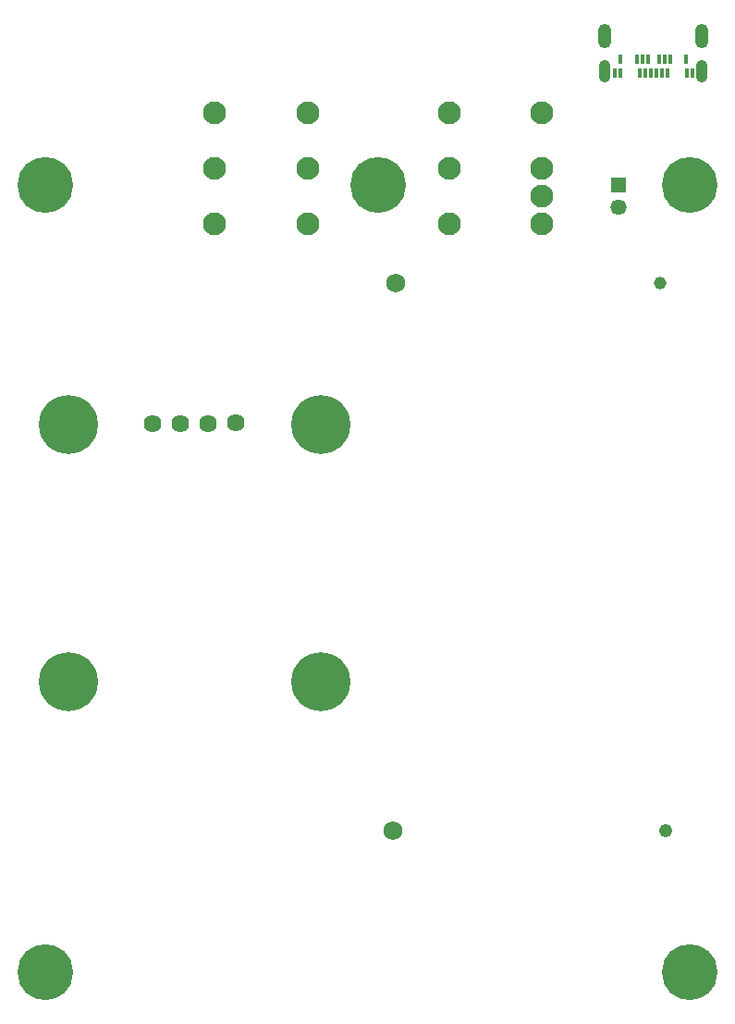
<source format=gbs>
G04*
G04 #@! TF.GenerationSoftware,Altium Limited,Altium Designer,21.8.1 (53)*
G04*
G04 Layer_Color=16711935*
%FSLAX24Y24*%
%MOIN*%
G70*
G04*
G04 #@! TF.SameCoordinates,B3635B53-E57D-41D0-81A0-B41BD292B6FB*
G04*
G04*
G04 #@! TF.FilePolarity,Negative*
G04*
G01*
G75*
%ADD72R,0.0578X0.0578*%
%ADD73C,0.0578*%
%ADD74C,0.0690*%
%ADD75C,0.0453*%
%ADD76C,0.0827*%
%ADD77C,0.0680*%
%ADD78C,0.0480*%
%ADD79O,0.0425X0.0811*%
%ADD80O,0.0465X0.0890*%
%ADD81C,0.2126*%
%ADD82C,0.0639*%
%ADD83C,0.2008*%
%ADD109R,0.0138X0.0335*%
%ADD110R,0.0157X0.0335*%
D72*
X21831Y29528D02*
D03*
D73*
Y28740D02*
D03*
D74*
X13822Y25984D02*
D03*
D75*
X23350D02*
D03*
D76*
X7283Y30118D02*
D03*
Y28118D02*
D03*
Y32118D02*
D03*
X10630Y32118D02*
D03*
Y28118D02*
D03*
Y30118D02*
D03*
X15748D02*
D03*
Y28118D02*
D03*
Y32118D02*
D03*
X19094Y32118D02*
D03*
Y30118D02*
D03*
Y29118D02*
D03*
Y28118D02*
D03*
D77*
X13701Y6260D02*
D03*
D78*
X23543Y6260D02*
D03*
D79*
X21358Y33632D02*
D03*
X24862D02*
D03*
D80*
X21358Y34892D02*
D03*
X24862D02*
D03*
D81*
X11102Y11618D02*
D03*
X2008D02*
D03*
X11102Y20894D02*
D03*
X2008D02*
D03*
D82*
X8057Y20953D02*
D03*
X7057Y20932D02*
D03*
X6057D02*
D03*
X5057D02*
D03*
D83*
X1181Y1181D02*
D03*
X24409D02*
D03*
Y29528D02*
D03*
X1181D02*
D03*
X13189D02*
D03*
D109*
X21909Y33563D02*
D03*
X22618D02*
D03*
X22815D02*
D03*
X23012D02*
D03*
X23209D02*
D03*
X23406D02*
D03*
X23602D02*
D03*
X24311D02*
D03*
X24291Y34055D02*
D03*
X23701D02*
D03*
X23504D02*
D03*
X23307D02*
D03*
X22913D02*
D03*
X22717D02*
D03*
X22520D02*
D03*
X21929D02*
D03*
D110*
X21713Y33563D02*
D03*
X24508D02*
D03*
M02*

</source>
